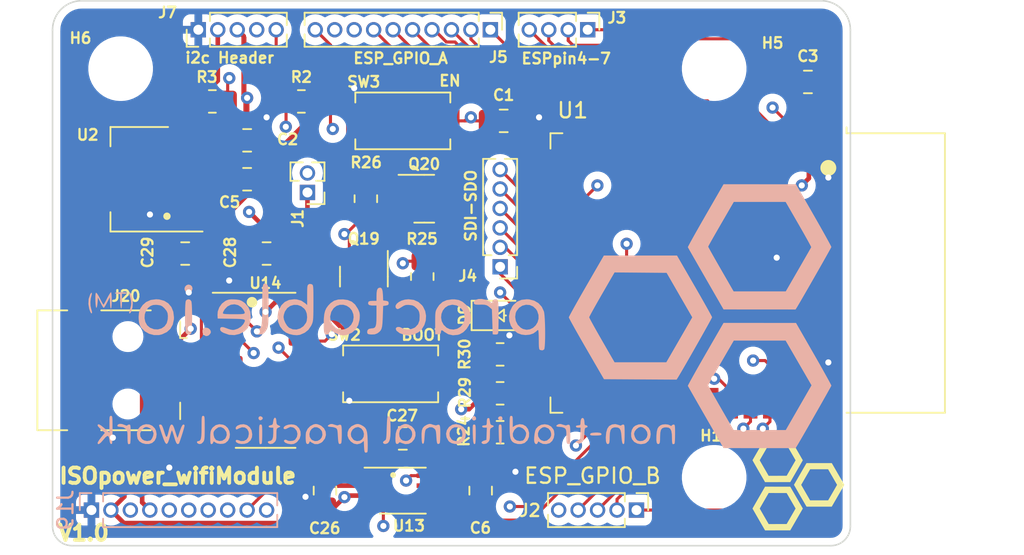
<source format=kicad_pcb>
(kicad_pcb (version 20211014) (generator pcbnew)
  (layers (0 "F.Cu" signal) (1 "In1.Cu" signal) (2 "In2.Cu" signal) (31 "B.Cu" signal) (34 "B.Paste" user) (35 "F.Paste" user) (36 "B.SilkS" user "B.Silkscreen") (37 "F.SilkS" user "F.Silkscreen") (38 "B.Mask" user) (39 "F.Mask" user) (44 "Edge.Cuts" user))
  (net 0 "")
  (net 1 "/ESP32_Daughterboard/USB ESP32 CH340 Interface /ESP_EN")
  (net 2 "Net-(C29-Pad1)")
  (net 3 "23")
  (net 4 "19")
  (net 5 "18")
  (net 6 "5")
  (net 7 "4")
  (net 8 "Net-(J3-Pad1)")
  (net 9 "Net-(J3-Pad2)")
  (net 10 "Net-(J3-Pad3)")
  (net 11 "Net-(J3-Pad4)")
  (net 12 "Net-(J4-Pad1)")
  (net 13 "Net-(J4-Pad2)")
  (net 14 "Net-(J4-Pad3)")
  (net 15 "Net-(J4-Pad4)")
  (net 16 "Net-(J4-Pad5)")
  (net 17 "Net-(J4-Pad6)")
  (net 18 "Net-(J5-Pad1)")
  (net 19 "Net-(J5-Pad2)")
  (net 20 "Net-(J5-Pad3)")
  (net 21 "Net-(J5-Pad4)")
  (net 22 "Net-(J5-Pad5)")
  (net 23 "Net-(J5-Pad6)")
  (net 24 "Net-(J5-Pad7)")
  (net 25 "Net-(J5-Pad8)")
  (net 26 "Net-(J5-Pad9)")
  (net 27 "Net-(D9-Pad1)")
  (net 28 "SCL")
  (net 29 "SDA")
  (net 30 "Net-(J20-Pad2)")
  (net 31 "Net-(J20-Pad3)")
  (net 33 "Net-(Q19-Pad1)")
  (net 34 "Net-(Q19-Pad2)")
  (net 35 "/ESP32_Daughterboard/GND")
  (net 36 "Net-(Q20-Pad1)")
  (net 37 "Net-(Q20-Pad2)")
  (net 38 "/ESP32_Daughterboard/MCU_5V_BUS")
  (net 39 "/ESP32_Daughterboard/3V3_BUS")
  (net 41 "Net-(C6-Pad1)")
  (net 49 "/ESP32_Daughterboard/USB_PBUS")
  (net 54 "/ESP32_Daughterboard/SSERIAL_TX")
  (net 55 "/ESP32_Daughterboard/SSERIAL_RX")
  (net 56 "Net-(D9-Pad2)")
  (net 57 "/ESP32_Daughterboard/USB ESP32 CH340 Interface /ESP_IO0")
  (net 58 "/ESP32_Daughterboard/Logic Level Conversion/1A")
  (net 59 "/ESP32_Daughterboard/Logic Level Conversion/0A")
  (net 60 "/ESP32_Daughterboard/USB ESP32 CH340 Interface /TxD_B")
  (net 61 "/ESP32_Daughterboard/USB ESP32 CH340 Interface /RxD_B")
  (footprint "Connector_PinHeader_1.27mm:PinHeader_1x05_P1.27mm_Vertical" (layer "F.Cu") (at 160.538 108.359043 -90)
    (fp_text reference "J2")
    (fp_text value "ESP_GPIO_B")
  )
  (footprint "MountingHole:MountingHole_3.2mm_M3" (layer "F.Cu") (at 165.608 106.221543)
    (fp_text reference "H10")
    (fp_text value "MountingHole" hide)
  )
  (footprint "Button_Switch_SMD:SW_SPST_EVQPE1" (layer "F.Cu") (at 144.493 99.469043 180)
    (fp_text reference "SW2")
    (fp_text value "BOOT")
  )
  (footprint "Connector_USB:USB_Mini-B_Lumberg_2486_01_Horizontal" (layer "F.Cu") (at 127.348 99.236543 -90)
    (fp_text reference "J20")
    (fp_text value "USB_B_Mini")
  )
  (footprint "000_Graphics_Immo:practactable.io_symbol_7x6" (layer "F.Cu") (at 170.815 106.68)
    (fp_text reference "G***" hide)
    (fp_text value "LOGO" hide)
  )
  (footprint "RF_Module:ESP32-WROOM-32" (layer "F.Cu") (at 164.803 92.886543 -90)
    (fp_text reference "U1")
    (fp_text value "ESP32-WROOM-32")
  )
  (footprint "LED_SMD:LED_0805_2012Metric_Pad1.15x1.40mm_HandSolder" (layer "F.Cu") (at 151.638 95.659043)
    (fp_text reference "D9")
    (fp_text value "Blue")
  )
  (footprint "Package_SO:SSOP-8_2.95x2.8mm_P0.65mm" (layer "F.Cu") (at 145.288 107.089043)
    (fp_text reference "U13")
    (fp_text value "TXS0102DCT")
  )
  (footprint "Capacitor_SMD:C_0805_2012Metric_Pad1.18x1.45mm_HandSolder" (layer "F.Cu") (at 131.0855 91.616543 180)
    (fp_text reference "C29")
    (fp_text value "100n")
  )
  (footprint "Resistor_SMD:R_0805_2012Metric_Pad1.20x1.40mm_HandSolder" (layer "F.Cu") (at 151.638 103.279043)
    (fp_text reference "R24")
    (fp_text value "10k")
  )
  (footprint "Button_Switch_SMD:SW_SPST_EVQPE1" (layer "F.Cu") (at 145.288 82.959043 180)
    (fp_text reference "SW3")
    (fp_text value "EN")
  )
  (footprint "Connector_PinHeader_1.27mm:PinHeader_1x05_P1.27mm_Vertical" (layer "F.Cu") (at 131.943 77.011543 90)
    (fp_text reference "J7")
    (fp_text value "i2c Header")
  )
  (footprint "Capacitor_SMD:C_0805_2012Metric_Pad1.18x1.45mm_HandSolder" (layer "F.Cu") (at 145.288 103.681543 180)
    (fp_text reference "C27")
    (fp_text value "100n")
  )
  (footprint "Package_SO:SOIC-16_3.9x9.9mm_P1.27mm" (layer "F.Cu") (at 136.333 99.236543)
    (fp_text reference "U14")
    (fp_text value "CH340C")
  )
  (footprint "Resistor_SMD:R_0805_2012Metric_Pad1.20x1.40mm_HandSolder" (layer "F.Cu") (at 138.668 81.689043 180)
    (fp_text reference "R2")
    (fp_text value "10k")
  )
  (footprint "Capacitor_SMD:C_0805_2012Metric_Pad1.18x1.45mm_HandSolder" (layer "F.Cu") (at 135.128 84.229043)
    (fp_text reference "C2")
    (fp_text value "100n")
  )
  (footprint "MountingHole:MountingHole_3.2mm_M3" (layer "F.Cu") (at 165.608 79.551543)
    (fp_text reference "H5")
    (fp_text value "MountingHole" hide)
  )
  (footprint "Connector_PinHeader_1.27mm:PinHeader_1x04_P1.27mm_Vertical" (layer "F.Cu") (at 157.353 77.011543 -90)
    (fp_text reference "J3")
    (fp_text value "ESPpin4-7")
  )
  (footprint "Capacitor_SMD:C_0805_2012Metric_Pad1.18x1.45mm_HandSolder" (layer "F.Cu") (at 171.7255 80.419043)
    (fp_text reference "C3")
    (fp_text value "100n")
  )
  (footprint "Capacitor_SMD:C_0805_2012Metric_Pad1.18x1.45mm_HandSolder" (layer "F.Cu") (at 151.8705 82.959043)
    (fp_text reference "C1")
    (fp_text value "100n")
  )
  (footprint "Capacitor_SMD:C_0805_2012Metric_Pad1.18x1.45mm_HandSolder" (layer "F.Cu") (at 140.208 107.089043 90)
    (fp_text reference "C26")
    (fp_text value "100n")
  )
  (footprint "Resistor_SMD:R_0805_2012Metric_Pad1.20x1.40mm_HandSolder" (layer "F.Cu") (at 151.638 100.739043)
    (fp_text reference "R29")
    (fp_text value "1k")
  )
  (footprint "Capacitor_SMD:C_0805_2012Metric_Pad1.18x1.45mm_HandSolder" (layer "F.Cu") (at 136.398 91.616543 180)
    (fp_text reference "C28")
    (fp_text value "100n")
  )
  (footprint "Capacitor_SMD:C_0805_2012Metric_Pad1.18x1.45mm_HandSolder" (layer "F.Cu") (at 150.368 107.089043 -90)
    (fp_text reference "C6")
    (fp_text value "100n")
  )
  (footprint "Package_TO_SOT_SMD:SOT-23" (layer "F.Cu") (at 146.685 88.039043)
    (fp_text reference "Q20")
    (fp_text value "BC817")
  )
  (footprint "Package_TO_SOT_SMD:SOT-223-3_TabPin2" (layer "F.Cu") (at 128.118 86.769043 180)
    (fp_text reference "U2")
    (fp_text value "AMS1117-3.3")
  )
  (footprint "Connector_PinHeader_1.27mm:PinHeader_1x10_P1.27mm_Vertical" (layer "F.Cu") (at 151.003 77.011543 -90)
    (fp_text reference "J5")
    (fp_text value "ESP_GPIO_A")
  )
  (footprint "Capacitor_SMD:C_0805_2012Metric_Pad1.18x1.45mm_HandSolder" (layer "F.Cu") (at 135.128 86.769043)
    (fp_text reference "C5")
    (fp_text value "100n")
  )
  (footprint "Package_TO_SOT_SMD:SOT-23" (layer "F.Cu") (at 142.748 93.119043 -90)
    (fp_text reference "Q19")
    (fp_text value "BC817")
  )
  (footprint "Connector_PinHeader_1.27mm:PinHeader_1x02_P1.27mm_Vertical" (layer "F.Cu") (at 139.065 87.63 180)
    (fp_text reference "J1")
    (fp_text value "Conn_01x02_Male" hide)
  )
  (footprint "Connector_PinHeader_1.27mm:PinHeader_1x06_P1.27mm_Vertical" (layer "F.Cu") (at 151.638 92.484043 180)
    (fp_text reference "J4")
    (fp_text value "SDI-SDO")
  )
  (footprint "MountingHole:MountingHole_3.2mm_M3" (layer "F.Cu") (at 126.873 79.551543)
    (fp_text reference "H6")
    (fp_text value "MountingHole" hide)
  )
  (footprint "Resistor_SMD:R_0805_2012Metric_Pad1.20x1.40mm_HandSolder" (layer "F.Cu") (at 146.558 93.119043 -90)
    (fp_text reference "R25")
    (fp_text value "10k")
  )
  (footprint "Resistor_SMD:R_0805_2012Metric_Pad1.20x1.40mm_HandSolder" (layer "F.Cu") (at 142.875 88.039043 90)
    (fp_text reference "R26")
    (fp_text value "10k")
  )
  (footprint "Resistor_SMD:R_0805_2012Metric_Pad1.20x1.40mm_HandSolder" (layer "F.Cu") (at 151.638 98.199043)
    (fp_text reference "R30")
    (fp_text value "330r")
  )
  (footprint "Resistor_SMD:R_0805_2012Metric_Pad1.20x1.40mm_HandSolder" (layer "F.Cu") (at 132.858 81.689043)
    (fp_text reference "R3")
    (fp_text value "10k")
  )
  (footprint "Connector_PinHeader_1.27mm:PinHeader_1x10_P1.27mm_Vertical" (layer "B.Cu") (at 124.968 108.359043 -90)
    (fp_text reference "J19")
    (fp_text value "ESP32_header")
  )
  (footprint "000_Graphics_Immo:practactable.io_text_50x20" (layer "B.Cu") (at 149.225 95.885 180)
    (fp_text reference "G***" hide)
    (fp_text value "LOGO" hide)
  )
  (gr_arc (start 123.698 110.6805) (mid 122.799974 110.308526) (end 122.428 109.4105) (layer "Edge.Cuts") (width 0.1))
  (gr_line (start 122.428 109.4105) (end 122.428 77.0255) (layer "Edge.Cuts") (width 0.1))
  (gr_arc (start 174.498 109.4105) (mid 174.126026 110.308526) (end 173.228 110.6805) (layer "Edge.Cuts") (width 0.1))
  (gr_line (start 173.228 110.6805) (end 123.698 110.6805) (layer "Edge.Cuts") (width 0.1))
  (gr_line (start 174.498 77.0255) (end 174.498 109.4105) (layer "Edge.Cuts") (width 0.1))
  (gr_arc (start 172.593 75.1205) (mid 173.940038 75.678462) (end 174.498 77.0255) (layer "Edge.Cuts") (width 0.1))
  (gr_line (start 124.333 75.1205) (end 172.593 75.1205) (layer "Edge.Cuts") (width 0.1))
  (gr_arc (start 122.428 77.0255) (mid 122.985962 75.678462) (end 124.333 75.1205) (layer "Edge.Cuts") (width 0.1))
  (gr_text "ISOpower_wifiModule" (at 130.6005 106.134043) (layer "F.SilkS") (effects (font (size 1 1) (thickness 0.25))))
  (gr_text "V1.0" (at 124.46 109.855) (layer "F.SilkS") (effects (font (size 1 1) (thickness 0.25))))
  (segment (start 147.988 87.673543) (end 147.988 82.959043) (width 0.2) (layer "F.Cu") (net 1))
  (segment (start 170.518 84.386543) (end 170.518 83.191543) (width 0.2) (layer "F.Cu") (net 1))
  (segment (start 147.6225 88.039043) (end 147.988 87.673543) (width 0.2) (layer "F.Cu") (net 1))
  (segment (start 149.563 82.726543) (end 149.3305 82.959043) (width 0.2) (layer "F.Cu") (net 1))
  (segment (start 149.733 82.726543) (end 149.563 82.726543) (width 0.2) (layer "F.Cu") (net 1))
  (segment (start 170.518 83.191543) (end 169.418 82.091543) (width 0.2) (layer "F.Cu") (net 1))
  (segment (start 147.988 82.959043) (end 149.3305 82.959043) (width 0.2) (layer "F.Cu") (net 1))
  (segment (start 149.3305 82.959043) (end 150.833 82.959043) (width 0.2) (layer "F.Cu") (net 1))
  (via (at 149.733 82.726543) (size 0.8) (drill 0.4) (layers "F.Cu" "B.Cu") (net 1))
  (via (at 169.418 82.091543) (size 0.8) (drill 0.4) (layers "F.Cu" "B.Cu") (net 1))
  (segment (start 132.144501 97.228761) (end 133.517283 98.601543) (width 0.2) (layer "F.Cu") (net 2))
  (segment (start 132.144501 91.638044) (end 132.144501 97.228761) (width 0.2) (layer "F.Cu") (net 2))
  (segment (start 160.538 108.359043) (end 167.9155 108.359043) (width 0.2) (layer "F.Cu") (net 3))
  (segment (start 171.788 104.486543) (end 171.788 101.386543) (width 0.2) (layer "F.Cu") (net 3))
  (segment (start 167.9155 108.359043) (end 171.788 104.486543) (width 0.2) (layer "F.Cu") (net 3))
  (segment (start 164.168 102.754037) (end 164.168 101.386543) (width 0.2) (layer "F.Cu") (net 4))
  (segment (start 159.268 107.654037) (end 164.168 102.754037) (width 0.2) (layer "F.Cu") (net 4))
  (segment (start 159.268 108.359043) (end 159.268 107.654037) (width 0.2) (layer "F.Cu") (net 4))
  (segment (start 157.998 108.359043) (end 162.898 103.459043) (width 0.2) (layer "F.Cu") (net 5))
  (segment (start 162.898 103.459043) (end 162.898 101.386543) (width 0.2) (layer "F.Cu") (net 5))
  (segment (start 156.728 108.359043) (end 161.628 103.459043) (width 0.2) (layer "F.Cu") (net 6))
  (segment (start 161.628 103.459043) (end 161.628 101.386543) (width 0.2) (layer "F.Cu") (net 6))
  (segment (start 157.818 101.386543) (end 157.818 102.914033) (width 0.2) (layer "F.Cu") (net 7))
  (segment (start 157.818 102.914033) (end 156.586479 104.145554) (width 0.2) (layer "F.Cu") (net 7))
  (via (at 156.586479 104.145554) (size 0.8) (drill 0.4) (layers "F.Cu" "B.Cu") (net 7))
  (segment (start 169.248 84.386543) (end 169.248 83.186543) (width 0.2) (layer "F.Cu") (net 8))
  (segment (start 168.377511 78.581061) (end 166.807993 77.011543) (width 0.2) (layer "F.Cu") (net 8))
  (segment (start 166.807993 77.011543) (end 157.353 77.011543) (width 0.2) (layer "F.Cu") (net 8))
  (segment (start 168.377511 82.316054) (end 168.377511 78.581061) (width 0.2) (layer "F.Cu") (net 8))
  (segment (start 169.248 83.186543) (end 168.377511 82.316054) (width 0.2) (layer "F.Cu") (net 8))
  (segment (start 156.083 77.718649) (end 156.389318 78.024967) (width 0.2) (layer "F.Cu") (net 9))
  (segment (start 156.389318 78.024967) (end 160.739476 78.024967) (width 0.2) (layer "F.Cu") (net 9))
  (segment (start 156.083 77.011543) (end 156.083 77.718649) (width 0.2) (layer "F.Cu") (net 9))
  (segment (start 166.833479 77.602022) (end 167.978 78.746543) (width 0.2) (layer "F.Cu") (net 9))
  (segment (start 161.162421 77.602022) (end 166.833479 77.602022) (width 0.2) (layer "F.Cu") (net 9))
  (segment (start 160.739476 78.024967) (end 161.162421 77.602022) (width 0.2) (layer "F.Cu") (net 9))
  (segment (start 167.978 78.746543) (end 167.978 84.386543) (width 0.2) (layer "F.Cu") (net 9))
  (segment (start 165.173985 81.652528) (end 163.758973 81.652528) (width 0.2) (layer "F.Cu") (net 10))
  (segment (start 163.758973 81.652528) (end 160.530923 78.424478) (width 0.2) (layer "F.Cu") (net 10))
  (segment (start 155.520929 78.424478) (end 154.813 77.716549) (width 0.2) (layer "F.Cu") (net 10))
  (segment (start 166.708 84.386543) (end 166.708 83.186543) (width 0.2) (layer "F.Cu") (net 10))
  (segment (start 166.708 83.186543) (end 165.173985 81.652528) (width 0.2) (layer "F.Cu") (net 10))
  (segment (start 154.813 77.716549) (end 154.813 77.011543) (width 0.2) (layer "F.Cu") (net 10))
  (segment (start 160.530923 78.424478) (end 155.520929 78.424478) (width 0.2) (layer "F.Cu") (net 10))
  (segment (start 163.59349 82.052039) (end 160.36544 78.823989) (width 0.2) (layer "F.Cu") (net 11))
  (segment (start 165.438 84.386543) (end 165.438 83.186543) (width 0.2) (layer "F.Cu") (net 11))
  (segment (start 165.438 83.186543) (end 164.303496 82.052039) (width 0.2) (layer "F.Cu") (net 11))
  (segment (start 155.355446 78.823989) (end 153.543 77.011543) (width 0.2) (layer "F.Cu") (net 11))
  (segment (start 160.36544 78.823989) (end 155.355446 78.823989) (width 0.2) (layer "F.Cu") (net 11))
  (segment (start 164.303496 82.052039) (end 163.59349 82.052039) (width 0.2) (layer "F.Cu") (net 11))
  (segment (start 151.638 92.930565) (end 154.768978 96.061543) (width 0.2) (layer "F.Cu") (net 12))
  (segment (start 151.638 92.484043) (end 151.638 92.930565) (width 0.2) (layer "F.Cu") (net 12))
  (segment (start 154.348 94.791543) (end 155.548 94.791543) (width 0.2) (layer "F.Cu") (net 13))
  (segment (start 153.143489 93.587032) (end 154.348 94.791543) (width 0.2) (layer "F.Cu") (net 13))
  (segment (start 151.967022 91.214043) (end 153.143489 92.39051) (width 0.2) (layer "F.Cu") (net 13))
  (segment (start 153.143489 92.39051) (end 153.143489 93.587032) (width 0.2) (layer "F.Cu") (net 13))
  (segment (start 153.143489 91.449532) (end 153.143489 91.782025) (width 0.2) (layer "F.Cu") (net 14))
  (segment (start 153.143489 91.782025) (end 154.883007 93.521543) (width 0.2) (layer "F.Cu") (net 14))
  (segment (start 151.638 89.944043) (end 153.143489 91.449532) (width 0.2) (layer "F.Cu") (net 14))
  (segment (start 154.178 92.251543) (end 155.548 92.251543) (width 0.2) (layer "F.Cu") (net 15))
  (segment (start 153.543 91.616543) (end 154.178 92.251543) (width 0.2) (layer "F.Cu") (net 15))
  (segment (start 151.638 88.674043) (end 153.543 90.579043) (width 0.2) (layer "F.Cu") (net 15))
  (segment (start 153.543 90.579043) (end 153.543 91.616543) (width 0.2) (layer "F.Cu") (net 15))
  (segment (start 153.143489 89.614538) (end 154.510494 90.981543) (width 0.2) (layer "F.Cu") (net 16))
  (segment (start 154.510494 90.981543) (end 155.548 90.981543) (width 0.2) (layer "F.Cu") (net 16))
  (segment (start 151.638 87.404043) (end 153.143489 88.909532) (width 0.2) (layer "F.Cu") (net 16))
  (segment (start 153.143489 88.909532) (end 153.143489 89.614538) (width 0.2) (layer "F.Cu") (net 16))
  (segment (start 153.543 88.039043) (end 153.543 89.076543) (width 0.2) (layer "F.Cu") (net 17))
  (segment (start 153.543 89.076543) (end 154.178 89.711543) (width 0.2) (layer "F.Cu") (net 17))
  (segment (start 154.178 89.711543) (end 155.548 89.711543) (width 0.2) (layer "F.Cu") (net 17))
  (segment (start 151.638 86.134043) (end 153.543 88.039043) (width 0.2) (layer "F.Cu") (net 17))
  (segment (start 164.168 83.191543) (end 160.199956 79.223499) (width 0.2) (layer "F.Cu") (net 18))
  (segment (start 164.168 84.386543) (end 164.168 83.191543) (width 0.2) (layer "F.Cu") (net 18))
  (segment (start 153.214956 79.223499) (end 151.003 77.011543) (width 0.2) (layer "F.Cu") (net 18))
  (segment (start 153.214956 79.2235) (end 160.199956 79.223499) (width 0.2) (layer "F.Cu") (net 18))
  (segment (start 162.898 83.186543) (end 159.334467 79.62301) (width 0.2) (layer "F.Cu") (net 19))
  (segment (start 151.726599 79.62301) (end 149.733 77.629411) (width 0.2) (layer "F.Cu") (net 19))
  (segment (start 162.898 84.386543) (end 162.898 83.186543) (width 0.2) (layer "F.Cu") (net 19))
  (segment (start 151.726599 79.623011) (end 159.334467 79.62301) (width 0.2) (layer "F.Cu") (net 19))
  (segment (start 149.733 77.629411) (end 149.733 77.011543) (width 0.2) (layer "F.Cu") (net 19))
  (segment (start 151.473978 80.022521) (end 158.458978 80.022521) (width 0.2) (layer "F.Cu") (net 20))
  (segment (start 151.473978 80.022521) (end 148.463 77.011543) (width 0.2) (layer "F.Cu") (net 20))
  (segment (start 161.628 83.191543) (end 161.628 84.386543) (width 0.2) (layer "F.Cu") (net 20))
  (segment (start 158.458978 80.022521) (end 161.628 83.191543) (width 0.2) (layer "F.Cu") (net 20))
  (segment (start 157.588498 80.422041) (end 151.308491 80.42204) (width 0.2) (layer "F.Cu") (net 21))
  (segment (start 160.358 83.191543) (end 157.588498 80.422041) (width 0.2) (layer "F.Cu") (net 21))
  (segment (start 148.131831 77.811054) (end 147.33232 77.011543) (width 0.2) (layer "F.Cu") (net 21))
  (segment (start 151.308491 80.42204) (end 148.697505 77.811054) (width 0.2) (layer "F.Cu") (net 21))
  (segment (start 160.358 84.386543) (end 160.358 83.191543) (width 0.2) (layer "F.Cu") (net 21))
  (segment (start 148.697505 77.811054) (end 148.131831 77.811054) (width 0.2) (layer "F.Cu") (net 21))
  (segment (start 159.088 84.386543) (end 159.088 83.186543) (width 0.2) (layer "F.Cu") (net 22))
  (segment (start 159.088 83.186543) (end 156.723 80.821543) (width 0.2) (layer "F.Cu") (net 22))
  (segment (start 156.723 80.821543) (end 156.223046 80.821543) (width 0.2) (layer "F.Cu") (net 22))
  (segment (start 156.223046 80.821543) (end 156.22303 80.821559) (width 0.2) (layer "F.Cu") (net 22))
  (segment (start 145.923 77.011543) (end 149.733 80.821543) (width 0.2) (layer "F.Cu") (net 22))
  (segment (start 156.22303 80.821559) (end 151.143004 80.821559) (width 0.2) (layer "F.Cu") (net 22))
  (segment (start 149.733 80.821543) (end 152.273 80.821543) (width 0.2) (layer "F.Cu") (net 22))
  (segment (start 157.818 83.186543) (end 155.85252 81.221063) (width 0.2) (layer "F.Cu") (net 23))
  (segment (start 148.86252 81.221063) (end 144.653 77.011543) (width 0.2) (layer "F.Cu") (net 23))
  (segment (start 157.818 84.386543) (end 157.818 83.186543) (width 0.2) (layer "F.Cu") (net 23))
  (segment (start 155.85252 81.221063) (end 148.86252 81.221063) (width 0.2) (layer "F.Cu") (net 23))
  (segment (start 156.548 83.191543) (end 154.977031 81.620574) (width 0.2) (layer "F.Cu") (net 24))
  (segment (start 156.548 84.386543) (end 156.548 83.191543) (width 0.2) (layer "F.Cu") (net 24))
  (segment (start 147.992031 81.620574) (end 143.383 77.011543) (width 0.2) (layer "F.Cu") (net 24))
  (segment (start 154.977031 81.620574) (end 147.992031 81.620574) (width 0.2) (layer "F.Cu") (net 24))
  (segment (start 155.548 88.441543) (end 156.718 88.441543) (width 0.2) (layer "F.Cu") (net 25))
  (segment (start 156.718 88.441543) (end 157.988 87.171543) (width 0.2) (layer "F.Cu") (net 25))
  (via (at 157.988 87.171543) (size 0.8) (drill 0.4) (layers "F.Cu" "B.Cu") (net 25))
  (segment (start 159.893 94.186543) (end 156.748 97.331543) (width 0.2) (layer "F.Cu") (net 26))
  (segment (start 159.893 90.981543) (end 159.893 94.186543) (width 0.2) (layer "F.Cu") (net 26))
  (segment (start 156.748 97.331543) (end 155.548 97.331543) (width 0.2) (layer "F.Cu") (net 26))
  (via (at 159.893 90.981543) (size 0.8) (drill 0.4) (layers "F.Cu" "B.Cu") (net 26))
  (segment (start 150.613 95.659043) (end 150.613 98.174043) (width 0.2) (layer "F.Cu") (net 27))
  (segment (start 133.858 81.689043) (end 133.858 80.271459) (width 0.2) (layer "F.Cu") (net 28))
  (segment (start 168.148 98.601543) (end 168.933 98.601543) (width 0.2) (layer "F.Cu") (net 28))
  (segment (start 170.518 100.186543) (end 170.518 101.386543) (width 0.2) (layer "F.Cu") (net 28))
  (segment (start 168.933 98.601543) (end 170.518 100.186543) (width 0.2) (layer "F.Cu") (net 28))
  (segment (start 133.858 80.271459) (end 133.9625 80.166959) (width 0.2) (layer "F.Cu") (net 28))
  (via (at 168.148 98.601543) (size 0.8) (drill 0.4) (layers "F.Cu" "B.Cu") (net 28))
  (via (at 133.9625 80.166959) (size 0.8) (drill 0.4) (layers "F.Cu" "B.Cu") (net 28))
  (segment (start 137.023 81.044043) (end 137.668 81.689043) (width 0.2) (layer "F.Cu") (net 29))
  (segment (start 137.668 83.326938) (end 137.650697 83.344241) (width 0.2) (layer "F.Cu") (net 29))
  (segment (start 165.608 99.787041) (end 165.88752 99.787041) (width 0.2) (layer "F.Cu") (net 29))
  (segment (start 137.023 77.011543) (end 137.023 81.044043) (width 0.2) (layer "F.Cu") (net 29))
  (segment (start 137.668 81.689043) (end 137.668 83.326938) (width 0.2) (layer "F.Cu") (net 29))
  (segment (start 165.88752 99.787041) (end 166.708 100.607521) (width 0.2) (layer "F.Cu") (net 29))
  (via (at 137.650697 83.344241) (size 0.8) (drill 0.4) (layers "F.Cu" "B.Cu") (net 29))
  (via (at 165.608 99.787041) (size 0.8) (drill 0.4) (layers "F.Cu" "B.Cu") (net 29))
  (segment (start 135.273587 100.983587) (end 135.273587 99.676413) (width 0.2) (layer "F.Cu") (net 30))
  (segment (start 135.279772 100.989772) (end 135.273587 100.983587) (width 0.2) (layer "F.Cu") (net 30))
  (segment (start 135.128 101.141543) (end 133.858 101.141543) (width 0.2) (layer "F.Cu") (net 30))
  (segment (start 135.128 101.141543) (end 135.279772 100.989772) (width 0.2) (layer "F.Cu") (net 30))
  (segment (start 130.048 98.436543) (end 132.082283 98.436543) (width 0.2) (layer "F.Cu") (net 30))
  (segment (start 132.917763 99.272023) (end 134.869197 99.272023) (width 0.2) (layer "F.Cu") (net 30))
  (segment (start 132.082283 98.436543) (end 132.917763 99.272023) (width 0.2) (layer "F.Cu") (net 30))
  (segment (start 134.869197 99.272023) (end 135.273587 99.676413) (width 0.2) (layer "F.Cu") (net 30))
  (segment (start 130.048 99.236543) (end 131.953 99.236543) (width 0.2) (layer "F.Cu") (net 31))
  (segment (start 131.953 99.236543) (end 132.588 99.871543) (width 0.2) (layer "F.Cu") (net 31))
  (segment (start 132.588 99.871543) (end 133.858 99.871543) (width 0.2) (layer "F.Cu") (net 31))
  (segment (start 143.698 92.181543) (end 145.6355 94.119043) (width 0.2) (layer "F.Cu") (net 33))
  (segment (start 145.6355 94.119043) (end 146.558 94.119043) (width 0.2) (layer "F.Cu") (net 33))
  (segment (start 141.798 92.181543) (end 141.798 90.666543) (width 0.2) (layer "F.Cu") (net 34))
  (segment (start 141.5675 90.346543) (end 142.875 89.039043) (width 0.2) (layer "F.Cu") (net 34))
  (segment (start 138.022244 98.601543) (end 137.177872 97.757171) (width 0.2) (layer "F.Cu") (net 34))
  (segment (start 141.478 90.346543) (end 141.5675 90.346543) (width 0.2) (layer "F.Cu") (net 34))
  (segment (start 141.798 90.666543) (end 141.478 90.346543) (width 0.2) (layer "F.Cu") (net 34))
  (via (at 137.177872 97.757171) (size 0.8) (drill 0.4) (layers "F.Cu" "B.Cu") (net 34))
  (via (at 141.478 90.346543) (size 0.8) (drill 0.4) (layers "F.Cu" "B.Cu") (net 34))
  (segment (start 144.2505 103.681543) (end 141.793 101.224043) (width 0.3) (layer "F.Cu") (net 35))
  (segment (start 130.048 103.786543) (end 129.948 103.686543) (width 0.3) (layer "F.Cu") (net 35))
  (segment (start 141.793 101.224043) (end 141.793 99.469043) (width 0.3) (layer "F.Cu") (net 35))
  (segment (start 133.985 90.241043) (end 135.3605 91.616543) (width 0.3) (layer "F.Cu") (net 35))
  (segment (start 131.268 89.069043) (end 130.048 90.289043) (width 1.5) (layer "F.Cu") (net 35))
  (segment (start 129.948 94.786543) (end 124.498 94.786543) (width 0.3) (layer "F.Cu") (net 35))
  (segment (start 173.058 84.386543) (end 173.058 86.657) (width 0.3) (layer "F.Cu") (net 35))
  (segment (start 130.048 100.836543) (end 130.048 103.586543) (width 0.2) (layer "F.Cu") (net 35))
  (segment (start 126.313658 103.686543) (end 126.365 103.635201) (width 0.3) (layer "F.Cu") (net 35))
  (segment (start 140.208 106.220694) (end 138.937382 107.491312) (width 0.2) (layer "F.Cu") (net 35))
  (segment (start 130.688 94.786543) (end 131.318 94.156543) (width 0.3) (layer "F.Cu") (net 35))
  (segment (start 150.368 108.126543) (end 152.638 105.856543) (width 0.2) (layer "F.Cu") (net 35))
  (segment (start 155.548 87.171543) (end 155.548 84.096543) (width 0.3) (layer "F.Cu") (net 35))
  (segment (start 130.048 105.586543) (end 130.048 103.786543) (width 0.3) (layer "F.Cu") (net 35))
  (segment (start 140.9205 106.764043) (end 140.208 106.051543) (width 0.3) (layer "F.Cu") (net 35))
  (segment (start 130.048 90.289043) (end 130.048 91.616543) (width 1.5) (layer "F.Cu") (net 35))
  (segment (start 138.937382 107.322161) (end 140.208 106.051543) (width 0.3) (layer "F.Cu") (net 35))
  (segment (start 142.588 81.296543) (end 142.113 80.821543) (width 0.3) (layer "F.Cu") (net 35))
  (segment (start 154.178 82.726543) (end 153.1405 82.726543) (width 0.3) (layer "F.Cu") (net 35))
  (segment (start 165.558 91.886543) (end 169.688 91.886543) (width 1.5) (layer "F.Cu") (net 35))
  (segment (start 138.937382 107.491312) (end 138.937382 107.322161) (width 0.3) (layer "F.Cu") (net 35))
  (segment (start 172.763 80.419043) (end 173.058 80.714043) (width 0.3) (layer "F.Cu") (net 35))
  (segment (start 133.956012 93.021031) (end 135.3605 91.616543) (width 0.3) (layer "F.Cu") (net 35))
  (segment (start 129.948 94.786543) (end 130.688 94.786543) (width 0.3) (layer "F.Cu") (net 35))
  (segment (start 129.948 103.686543) (end 129.948 100.936543) (width 0.3) (layer "F.Cu") (net 35))
  (segment (start 152.638 97.346809) (end 152.244583 96.953392) (width 0.3) (layer "F.Cu") (net 35))
  (segment (start 133.858 94.791543) (end 133.858 93.476068) (width 0.3) (layer "F.Cu") (net 35))
  (segment (start 143.588 106.764043) (end 140.9205 106.764043) (width 0.3) (layer "F.Cu") (net 35))
  (segment (start 155.548 84.096543) (end 154.178 82.726543) (width 0.3) (layer "F.Cu") (net 35))
  (segment (start 153.1405 82.726543) (end 152.908 82.959043) (width 0.3) (layer "F.Cu") (net 35))
  (segment (start 133.985 88.949543) (end 133.985 90.241043) (width 0.3) (layer "F.Cu") (net 35))
  (segment (start 124.498 103.686543) (end 126.313658 103.686543) (width 0.3) (layer "F.Cu") (net 35))
  (segment (start 133.956012 93.378056) (end 133.956012 93.021031) (width 0.3) (layer "F.Cu") (net 35))
  (segment (start 133.858 93.476068) (end 133.956012 93.378056) (width 0.3) (layer "F.Cu") (net 35))
  (segment (start 173.058 80.714043) (end 173.058 84.386543) (width 0.3) (layer "F.Cu") (net 35))
  (segment (start 136.1655 86.769043) (end 133.985 88.949543) (width 0.3) (layer "F.Cu") (net 35))
  (segment (start 142.588 82.959043) (end 142.588 81.296543) (width 0.3) (layer "F.Cu") (net 35))
  (segment (start 131.268 89.069043) (end 128.7855 89.069043) (width 1.5) (layer "F.Cu") (net 35))
  (segment (start 136.1655 82.959043) (end 136.398 82.726543) (width 0.3) (layer "F.Cu") (net 35))
  (segment (start 173.058 98.722) (end 173.058 101.386543) (width 0.3) (layer "F.Cu") (net 35))
  (segment (start 152.638 105.856543) (end 152.638 103.279043) (width 0.3) (layer "F.Cu") (net 35))
  (segment (start 152.638 98.199043) (end 152.638 97.346809) (width 0.3) (layer "F.Cu") (net 35))
  (segment (start 136.1655 84.229043) (end 136.1655 82.959043) (width 0.3) (layer "F.Cu") (net 35))
  (via (at 152.638 105.856543) (size 0.8) (drill 0.4) (layers "F.Cu" "B.Cu") (net 35))
  (via (at 142.113 80.821543) (size 0.8) (drill 0.4) (layers "F.Cu" "B.Cu") (net 35))
  (via (at 138.937382 107.491312) (size 0.8) (drill 0.4) (layers "F.Cu" "B.Cu") (net 35))
  (via (at 169.688 91.886543) (size 0.8) (drill 0.4) (layers "F.Cu" "B.Cu") (net 35))
  (via (at 126.365 103.635201) (size 0.8) (drill 0.4) (layers "F.Cu" "B.Cu") (net 35))
  (via (at 128.7855 89.069043) (size 0.8) (drill 0.4) (layers "F.Cu" "B.Cu") (net 35))
  (via (at 154.178 82.726543) (size 0.8) (drill 0.4) (layers "F.Cu" "B.Cu") (net 35))
  (via (at 141.793 101.224043) (size 0.8) (drill 0.4) (layers "F.Cu" "B.Cu") (net 35))
  (via (at 136.398 82.726543) (size 0.8) (drill 0.4) (layers "F.Cu" "B.Cu") (net 35))
  (via (at 133.956012 93.378056) (size 0.8) (drill 0.4) (layers "F.Cu" "B.Cu") (net 35))
  (via (at 173.058 86.657) (size 0.8) (drill 0.4) (layers "F.Cu" "B.Cu") (net 35))
  (via (at 130.048 105.586543) (size 0.8) (drill 0.4) (layers "F.Cu" "B.Cu") (net 35))
  (via (at 131.318 94.156543) (size 0.8) (drill 0.4) (layers "F.Cu" "B.Cu") (net 35))
  (via (at 152.244583 96.953392) (size 0.8) (drill 0.4) (layers "F.Cu" "B.Cu") (net 35))
  (via (at 173.058 98.722) (size 0.8) (drill 0.4) (layers "F.Cu" "B.Cu") (net 35))
  (segment (start 142.875 87.039043) (end 145.6975 87.039043) (width 0.2) (layer "F.Cu") (net 36))
  (segment (start 138.808 97.331543) (end 140.207998 97.331543) (width 0.2) (layer "F.Cu") (net 37))
  (segment (start 145.4205 92.119043) (end 145.288 92.251543) (width 0.2) (layer "F.Cu") (net 37))
  (segment (start 146.558 92.119043) (end 145.4205 92.119043) (width 0.2) (layer "F.Cu") (net 37))
  (segment (start 140.207998 97.331543) (end 140.651283 96.888258) (width 0.2) (layer "F.Cu") (net 37))
  (segment (start 145.7475 91.308543) (end 146.558 92.119043) (width 0.2) (layer "F.Cu") (net 37))
  (segment (start 145.7475 88.989043) (end 145.7475 91.308543) (width 0.2) (layer "F.Cu") (net 37))
  (via (at 145.288 92.251543) (size 0.8) (drill 0.4) (layers "F.Cu" "B.Cu") (net 37))
  (via (at 140.651283 96.888258) (size 0.8) (drill 0.4) (layers "F.Cu" "B.Cu") (net 37))
  (segment (start 148.088 106.764043) (end 146.988 106.764043) (width 0.3) (layer "F.Cu") (net 38))
  (segment (start 134.982999 83.336544) (end 134.0905 84.229043) (width 0.2) (layer "F.Cu") (net 38))
  (segment (start 131.268 84.469043) (end 133.8505 84.469043) (width 0.3) (layer "F.Cu") (net 38))
  (segment (start 138.808 94.791543) (end 136.9685 94.791543) (width 0.3) (layer "F.Cu") (net 38))
  (segment (start 138.808 92.989043) (end 137.4355 91.616543) (width 0.3) (layer "F.Cu") (net 38))
  (segment (start 133.8505 84.469043) (end 134.0905 84.229043) (width 0.3) (layer "F.Cu") (net 38))
  (segment (start 137.033 91.214043) (end 137.033 90.678) (width 0.2) (layer "F.Cu") (net 38))
  (segment (start 135.128 81.456543) (end 134.903489 81.232032) (width 0.3) (layer "F.Cu") (net 38))
  (segment (start 138.808 94.791543) (end 138.808 92.989043) (width 0.3) (layer "F.Cu") (net 38))
  (segment (start 134.903489 81.232032) (end 134.903489 77.432032) (width 0.3) (layer "F.Cu") (net 38))
  (segment (start 134.903489 77.432032) (end 134.483 77.011543) (width 0.3) (layer "F.Cu") (net 38))
  (segment (start 139.614522 94.791543) (end 146.3255 101.502521) (width 0.3) (layer "F.Cu") (net 38))
  (segment (start 148.137511 105.493554) (end 148.137511 106.714532) (width 0.3) (layer "F.Cu") (net 38))
  (segment (start 136.9685 94.791543) (end 136.3335 95.426543) (width 0.3) (layer "F.Cu") (net 38))
  (segment (start 135.128 83.191543) (end 135.128 81.456543) (width 0.3) (layer "F.Cu") (net 38))
  (segment (start 137.4355 91.0805) (end 135.255 88.9) (width 0.3) (layer "F.Cu") (net 38))
  (segment (start 146.3255 103.681543) (end 148.137511 105.493554) (width 0.3) (layer "F.Cu") (net 38))
  (segment (start 139.065 89.987043) (end 139.065 87.63) (width 0.3) (layer "F.Cu") (net 38))
  (segment (start 137.4355 91.616543) (end 139.065 89.987043) (width 0.3) (layer "F.Cu") (net 38))
  (segment (start 148.137511 106.714532) (end 148.088 106.764043) (width 0.3) (layer "F.Cu") (net 38))
  (segment (start 134.0905 84.229043) (end 135.128 83.191543) (width 0.3) (layer "F.Cu") (net 38))
  (segment (start 146.3255 101.502521) (end 146.3255 103.681543) (width 0.3) (layer "F.Cu") (net 38))
  (segment (start 134.982999 77.511542) (end 134.982999 83.336544) (width 0.2) (layer "F.Cu") (net 38))
  (via (at 135.128 81.456543) (size 0.8) (drill 0.4) (layers "F.Cu" "B.Cu") (net 38))
  (via (at 136.3335 95.426543) (size 0.8) (drill 0.4) (layers "F.Cu" "B.Cu") (net 38))
  (via (at 135.255 88.9) (size 0.8) (drill 0.4) (layers "F.Cu" "B.Cu") (net 38))
  (segment (start 127.114501 103.324746) (end 123.298489 99.508734) (width 0.3) (layer "F.Cu") (net 39))
  (segment (start 126.238 108.359043) (end 127.114501 107.482542) (width 0.3) (layer "F.Cu") (net 39))
  (segment (start 133.213 80.334043) (end 133.213 77.011543) (width 0.3) (layer "F.Cu") (net 39))
  (segment (start 171.788 81.519043) (end 170.688 80.419043) (width 0.3) (layer "F.Cu") (net 39))
  (segment (start 131.268 86.769043) (end 124.968 86.769043) (width 0.3) (layer "F.Cu") (net 39))
  (segment (start 140.865 108.126543) (end 141.478 107.513543) (width 0.3) (layer "F.Cu") (net 39))
  (segment (start 134.0905 86.769043) (end 135.16502 85.694523) (width 0.3) (layer "F.Cu") (net 39))
  (segment (start 171.788 84.386543) (end 171.788 86.706543) (width 0.3) (layer "F.Cu") (net 39))
  (segment (start 143.588 107.414043) (end 141.5775 107.414043) (width 0.3) (layer "F.Cu") (net 39))
  (segment (start 129.918489 83.369532) (end 131.598978 81.689043) (width 0.3) (layer "F.Cu") (net 39))
  (segment (start 129.918489 85.419532) (end 129.918489 83.369532) (width 0.3) (layer "F.Cu") (net 39))
  (segment (start 171.788 84.386543) (end 171.788 81.519043) (width 0.3) (layer "F.Cu") (net 39))
  (segment (start 139.668 82.386892) (end 139.668 81.689043) (width 0.3) (layer "F.Cu") (net 39))
  (segment (start 136.360369 85.694523) (end 139.668 82.386892) (width 0.3) (layer "F.Cu") (net 39))
  (segment (start 139.125989 109.208554) (end 140.208 108.126543) (width 0.3) (layer "F.Cu") (net 39))
  (segment (start 127.087511 109.208554) (end 139.125989 109.208554) (width 0.3) (layer "F.Cu") (net 39))
  (segment (start 126.238 108.359043) (end 127.087511 109.208554) (width 0.3) (layer "F.Cu") (net 39))
  (segment (start 123.298489 99.508734) (end 123.298489 88.438554) (width 0.3) (layer "F.Cu") (net 39))
  (segment (start 131.858 81.689043) (end 133.213 80.334043) (width 0.3) (layer "F.Cu") (net 39))
  (segment (start 149.098 101.776543) (end 149.6005 101.776543) (width 0.3) (layer "F.Cu") (net 39))
  (segment (start 131.268 86.769043) (end 129.918489 85.419532) (width 0.3) (layer "F.Cu") (net 39))
  (segment (start 171.788 86.706543) (end 171.323 87.171543) (width 0.3) (layer "F.Cu") (net 39))
  (segment (start 149.6005 101.776543) (end 150.638 100.739043) (width 0.3) (layer "F.Cu") (net 39))
  (segment (start 127.114501 107.482542) (end 127.114501 103.324746) (width 0.3) (layer "F.Cu") (net 39))
  (segment (start 131.598978 81.689043) (end 131.858 81.689043) (width 0.3) (layer "F.Cu") (net 39))
  (segment (start 135.16502 85.694523) (end 136.360369 85.694523) (width 0.3) (layer "F.Cu") (net 39))
  (segment (start 123.298489 88.438554) (end 124.968 86.769043) (width 0.3) (layer "F.Cu") (net 39))
  (segment (start 141.5775 107.414043) (end 141.478 107.513543) (width 0.3) (layer "F.Cu") (net 39))
  (segment (start 134.0905 86.769043) (end 131.268 86.769043) (width 0.3) (layer "F.Cu") (net 39))
  (segment (start 140.208 108.126543) (end 140.865 108.126543) (width 0.3) (layer "F.Cu") (net 39))
  (via (at 149.098 101.776543) (size 0.8) (drill 0.4) (layers "F.Cu" "B.Cu") (net 39))
  (via (at 141.478 107.513543) (size 0.8) (drill 0.4) (layers "F.Cu" "B.Cu") (net 39))
  (via (at 171.323 87.171543) (size 0.8) (drill 0.4) (layers "F.Cu" "B.Cu") (net 39))
  (segment (start 150.368 106.051543) (end 150.368 103.549043) (width 0.2) (layer "F.Cu") (net 41))
  (segment (start 149.0055 107.414043) (end 150.368 106.051543) (width 0.2) (layer "F.Cu") (net 41))
  (segment (start 146.988 107.414043) (end 149.0055 107.414043) (width 0.2) (layer "F.Cu") (net 41))
  (segment (start 150.638 102.739043) (end 152.638 100.739043) (width 0.2) (layer "F.Cu") (net 41))
  (segment (start 128.278001 98.25752) (end 128.898978 97.636543) (width 0.3) (layer "F.Cu") (net 49))
  (segment (start 128.278001 107.859044) (end 128.278001 98.25752) (width 0.3) (layer "F.Cu") (net 49))
  (segment (start 128.898978 97.636543) (end 130.048 97.636543) (width 0.3) (layer "F.Cu") (net 49))
  (segment (start 130.328457 97.636543) (end 131.445 96.52) (width 0.3) (layer "F.Cu") (net 49))
  (segment (start 128.778 108.359043) (end 128.278001 107.859044) (width 0.3) (layer "F.Cu") (net 49))
  (via (at 131.445 96.52) (size 0.8) (drill 0.4) (layers "F.Cu" "B.Cu") (net 49))
  (segment (start 142.63848 105.164523) (end 143.588 106.114043) (width 0.2) (layer "F.Cu") (net 54))
  (segment (start 138.32252 105.164523) (end 142.63848 105.164523) (width 0.2) (layer "F.Cu") (net 54))
  (segment (start 135.128 108.359043) (end 138.32252 105.164523) (width 0.2) (layer "F.Cu") (net 54))
  (segment (start 145.820454 106.114043) (end 145.500477 106.43402) (width 0.2) (layer "F.Cu") (net 55))
  (segment (start 146.988 106.114043) (end 145.820454 106.114043) (width 0.2) (layer "F.Cu") (net 55))
  (via (at 145.500477 106.43402) (size 0.8) (drill 0.4) (layers "F.Cu" "B.Cu") (net 55))
  (segment (start 140.56752 83.337585) (end 140.717239 83.487304) (width 0.2) (layer "F.Cu") (net 56))
  (segment (start 139.573 77.011543) (end 140.56752 78.006063) (width 0.2) (layer "F.Cu") (net 56))
  (segment (start 140.56752 78.006063) (end 140.56752 83.337585) (width 0.2) (layer "F.Cu") (net 56))
  (segment (start 152.663 95.659043) (end 152.663 96.382564) (width 0.2) (layer "F.Cu") (net 56))
  (segment (start 152.663 96.382564) (end 154.881979 98.601543) (width 0.2) (layer "F.Cu") (net 56))
  (segment (start 152.663 95.181543) (end 151.638 94.156543) (width 0.2) (layer "F.Cu") (net 56))
  (via (at 140.717239 83.487304) (size 0.8) (drill 0.4) (layers "F.Cu" "B.Cu") (net 56))
  (via (at 151.638 94.156543) (size 0.8) (drill 0.4) (layers "F.Cu" "B.Cu") (net 56))
  (segment (start 154.6305 99.469043) (end 147.193 99.469043) (width 0.2) (layer "F.Cu") (net 57))
  (segment (start 156.548 101.386543) (end 154.6305 99.469043) (width 0.2) (layer "F.Cu") (net 57))
  (segment (start 142.748 95.024043) (end 147.193 99.469043) (width 0.2) (layer "F.Cu") (net 57))
  (segment (start 142.748 94.056543) (end 142.748 95.024043) (width 0.2) (layer "F.Cu") (net 57))
  (segment (start 159.088 102.633278) (end 153.594735 108.126543) (width 0.2) (layer "F.Cu") (net 58))
  (segment (start 153.594735 108.126543) (end 152.273 108.126543) (width 0.2) (layer "F.Cu") (net 58))
  (segment (start 144.018 109.396543) (end 144.018 108.494043) (width 0.2) (layer "F.Cu") (net 58))
  (segment (start 144.018 108.494043) (end 143.588 108.064043) (width 0.2) (layer "F.Cu") (net 58))
  (segment (start 159.088 101.386543) (end 159.088 102.633278) (width 0.2) (layer "F.Cu") (net 58))
  (via (at 144.018 109.396543) (size 0.8) (drill 0.4) (layers "F.Cu" "B.Cu") (net 58))
  (via (at 152.273 108.126543) (size 0.8) (drill 0.4) (layers "F.Cu" "B.Cu") (net 58))
  (segment (start 160.358 102.300788) (end 160.358 101.386543) (width 0.2) (layer "F.Cu") (net 59))
  (segment (start 147.93752 109.013563) (end 153.645225 109.013563) (width 0.2) (layer "F.Cu") (net 59))
  (segment (start 146.988 108.064043) (end 147.93752 109.013563) (width 0.2) (layer "F.Cu") (net 59))
  (segment (start 153.645225 109.013563) (end 160.358 102.300788) (width 0.2) (layer "F.Cu") (net 59))
  (segment (start 135.128 96.061543) (end 133.858 96.061543) (width 0.2) (layer "F.Cu") (net 60))
  (segment (start 135.763 96.696543) (end 135.128 96.061543) (width 0.2) (layer "F.Cu") (net 60))
  (segment (start 167.978 102.581543) (end 167.513 103.046543) (width 0.2) (layer "F.Cu") (net 60))
  (segment (start 167.978 101.386543) (end 167.978 102.581543) (width 0.2) (layer "F.Cu") (net 60))
  (via (at 135.763 96.696543) (size 0.8) (drill 0.4) (layers "F.Cu" "B.Cu") (net 60))
  (via (at 167.513 103.046543) (size 0.8) (drill 0.4) (layers "F.Cu" "B.Cu") (net 60))
  (segment (start 134.773756 97.331543) (end 135.553628 98.111415) (width 0.2) (layer "F.Cu") (net 61))
  (segment (start 169.248 102.581543) (end 168.783 103.046543) (width 0.2) (layer "F.Cu") (net 61))
  (segment (start 169.248 101.386543) (end 169.248 102.581543) (width 0.2) (layer "F.Cu") (net 61))
  (segment (start 133.858 97.331543) (end 134.773756 97.331543) (width 0.2) (layer "F.Cu") (net 61))
  (via (at 135.553628 98.111415) (size 0.8) (drill 0.4) (layers "F.Cu" "B.Cu") (net 61))
  (via (at 168.783 103.046543) (size 0.8) (drill 0.4) (layers "F.Cu" "B.Cu") (net 61))
  (zone (net 35) (net_name "/ESP32_Daughterboard/GND") (layer "B.Cu") (connect_pads (clearance 0.508)) (min_thickness 0.2) (fill yes (thermal_gap 0.508) (thermal_bridge_width 0.508))
    (polygon (pts (xy 174.498 111.301543) (xy 121.793 111.3155) (xy 121.793 75.106543) (xy 174.498 75.1205)))
  )
)
</source>
